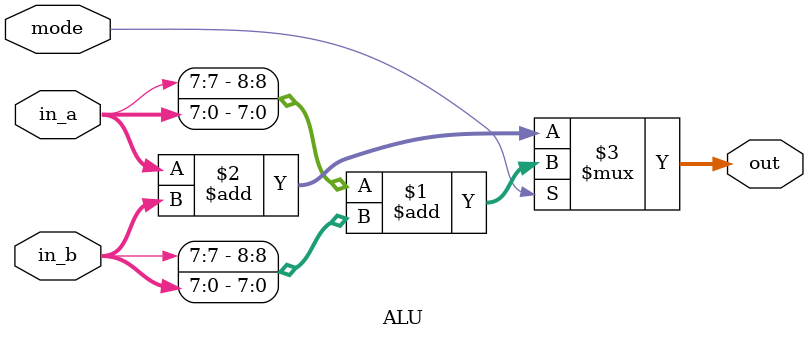
<source format=v>
module ALU ( out , mode , in_a , in_b  );

input mode;
input  [7:0] in_a , in_b;
output [8:0] out;

assign out = mode ? { {in_a[7], in_a} + {in_b[7], in_b} } : in_a+in_b;

endmodule

</source>
